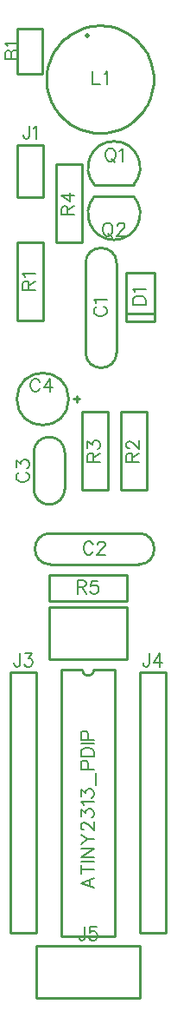
<source format=gbr>
G04 DipTrace 2.4.0.1*
%INTopSilk.gbr*%
%MOIN*%
%ADD10C,0.0098*%
%ADD20C,0.0197*%
%ADD53C,0.0077*%
%FSLAX44Y44*%
G04*
G70*
G90*
G75*
G01*
%LNTopSilk*%
%LPD*%
X7762Y42166D2*
D10*
X6818D1*
Y43899D1*
X7762D1*
Y42166D1*
X10640Y31474D2*
Y34878D1*
X9440Y31474D2*
Y34878D1*
X10640D2*
G03X9440Y34878I-600J-2D01*
G01*
Y31474D2*
G03X10640Y31474I600J2D01*
G01*
X11492Y24526D2*
X8088D1*
X11492Y23326D2*
X8088D1*
Y24526D2*
G03X8088Y23326I2J-600D01*
G01*
X11492D2*
G03X11492Y24526I-2J600D01*
G01*
X7440Y27626D2*
Y26227D1*
X8640Y27626D2*
Y26227D1*
X7440D2*
G03X8640Y26227I600J-1D01*
G01*
Y27626D2*
G03X7440Y27626I-600J1D01*
G01*
X9089Y29794D2*
Y29558D1*
X9207Y29676D2*
X8971D1*
X6790D2*
G02X6790Y29676I1000J0D01*
G01*
X12091Y32655D2*
X10989D1*
Y32676D2*
Y34527D1*
X12091Y32954D2*
X10989D1*
X12091Y34527D2*
X10989D1*
X12091Y32676D2*
Y34527D1*
X7790Y39426D2*
X6790D1*
X7790Y37426D2*
Y39426D1*
Y37426D2*
X6790D1*
Y39426D1*
X9957Y21676D2*
X8040D1*
X11040D2*
X8040D1*
X11040Y19676D2*
X8040D1*
X11040Y21676D2*
Y19676D1*
X8040Y21676D2*
Y19676D1*
X7540Y19176D2*
X6540D1*
X7540Y9176D2*
Y19176D1*
Y9176D2*
X6540D1*
Y9926D1*
Y19176D1*
X12540D2*
X11540D1*
X12540Y9176D2*
Y19176D1*
Y9176D2*
X11540D1*
Y9926D1*
Y19176D1*
Y8676D2*
X7540D1*
X11540Y6676D2*
X7540D1*
X11540Y8676D2*
Y6676D1*
X7540Y8676D2*
Y6676D1*
X7932Y41946D2*
X7937Y42090D1*
X7952Y42234D1*
X7977Y42376D1*
X8012Y42515D1*
X8057Y42652D1*
X8111Y42786D1*
X8174Y42916D1*
X8246Y43041D1*
X8327Y43160D1*
X8415Y43274D1*
X8512Y43381D1*
X8616Y43481D1*
X8726Y43573D1*
X8843Y43658D1*
X8965Y43735D1*
X9093Y43802D1*
X9224Y43861D1*
X9360Y43910D1*
X9499Y43950D1*
X9640Y43980D1*
X9782Y44000D1*
X9926Y44010D1*
X10071D1*
X10215Y44000D1*
X10357Y43980D1*
X10498Y43950D1*
X10637Y43910D1*
X10773Y43861D1*
X10904Y43802D1*
X11032Y43735D1*
X11154Y43658D1*
X11271Y43573D1*
X11381Y43481D1*
X11485Y43381D1*
X11582Y43274D1*
X11670Y43160D1*
X11751Y43041D1*
X11823Y42916D1*
X11886Y42786D1*
X11940Y42652D1*
X11985Y42515D1*
X12020Y42376D1*
X12045Y42234D1*
X12060Y42090D1*
X12065Y41946D1*
X12060Y41802D1*
X12045Y41659D1*
X12020Y41517D1*
X11985Y41377D1*
X11940Y41240D1*
X11886Y41106D1*
X11823Y40977D1*
X11751Y40852D1*
X11670Y40732D1*
X11582Y40619D1*
X11485Y40512D1*
X11381Y40412D1*
X11271Y40319D1*
X11154Y40234D1*
X11032Y40158D1*
X10904Y40090D1*
X10773Y40032D1*
X10637Y39982D1*
X10498Y39943D1*
X10357Y39913D1*
X10215Y39893D1*
X10071Y39882D1*
X9926D1*
X9782Y39893D1*
X9640Y39913D1*
X9499Y39943D1*
X9360Y39982D1*
X9224Y40032D1*
X9093Y40090D1*
X8965Y40158D1*
X8843Y40234D1*
X8726Y40319D1*
X8616Y40412D1*
X8512Y40512D1*
X8415Y40619D1*
X8327Y40732D1*
X8246Y40852D1*
X8174Y40977D1*
X8111Y41106D1*
X8057Y41240D1*
X8012Y41377D1*
X7977Y41517D1*
X7952Y41659D1*
X7937Y41802D1*
X7932Y41946D1*
D20*
X9508Y43619D3*
X9784Y37895D2*
D10*
G02X11296Y37895I756J666D01*
G01*
X9784D1*
X11296Y37458D2*
G02X9784Y37458I-756J-666D01*
G01*
X11296D1*
X6790Y32675D2*
Y35677D1*
X7790D2*
X6790D1*
X7790Y32675D2*
Y35677D1*
Y32675D2*
X6790D1*
X11790Y29177D2*
Y26175D1*
X10790D2*
X11790D1*
X10790Y29177D2*
Y26175D1*
Y29177D2*
X11790D1*
X9290Y26175D2*
Y29177D1*
X10290D2*
X9290D1*
X10290Y26175D2*
Y29177D1*
Y26175D2*
X9290D1*
X8290Y35675D2*
Y38677D1*
X9290D2*
X8290D1*
X9290Y35675D2*
Y38677D1*
Y35675D2*
X8290D1*
X11041Y21926D2*
X8039D1*
Y22926D2*
Y21926D1*
X11041Y22926D2*
X8039D1*
X11041D2*
Y21926D1*
X10564Y19294D2*
Y9058D1*
X8516D2*
X10564D1*
X8516Y19294D2*
Y9058D1*
Y19294D2*
X9304D1*
X10564D2*
X9776D1*
X9304D2*
G03X9776Y19294I236J1D01*
G01*
X6335Y42728D2*
D53*
X6838D1*
Y42943D1*
X6813Y43015D1*
X6790Y43039D1*
X6742Y43063D1*
X6670D1*
X6622Y43039D1*
X6598Y43015D1*
X6575Y42943D1*
X6550Y43015D1*
X6527Y43039D1*
X6479Y43063D1*
X6431D1*
X6383Y43039D1*
X6359Y43015D1*
X6335Y42943D1*
Y42728D1*
X6575D2*
Y42943D1*
X6431Y43217D2*
X6407Y43265D1*
X6336Y43337D1*
X6838D1*
X9878Y33218D2*
X9831Y33195D1*
X9782Y33147D1*
X9759Y33099D1*
Y33003D1*
X9782Y32955D1*
X9831Y32908D1*
X9878Y32883D1*
X9950Y32860D1*
X10070D1*
X10141Y32883D1*
X10189Y32908D1*
X10237Y32955D1*
X10261Y33003D1*
Y33099D1*
X10237Y33147D1*
X10189Y33195D1*
X10141Y33218D1*
X9855Y33373D2*
X9831Y33421D1*
X9759Y33493D1*
X10261D1*
X9725Y24088D2*
X9701Y24136D1*
X9653Y24184D1*
X9605Y24208D1*
X9510D1*
X9462Y24184D1*
X9414Y24136D1*
X9390Y24088D1*
X9366Y24016D1*
Y23896D1*
X9390Y23825D1*
X9414Y23777D1*
X9462Y23729D1*
X9510Y23705D1*
X9605D1*
X9653Y23729D1*
X9701Y23777D1*
X9725Y23825D1*
X9903Y24088D2*
Y24111D1*
X9927Y24159D1*
X9951Y24183D1*
X9999Y24207D1*
X10095D1*
X10142Y24183D1*
X10166Y24159D1*
X10190Y24111D1*
Y24064D1*
X10166Y24016D1*
X10118Y23944D1*
X9879Y23705D1*
X10214D1*
X6878Y26861D2*
X6831Y26837D1*
X6782Y26789D1*
X6759Y26742D1*
Y26646D1*
X6782Y26598D1*
X6831Y26550D1*
X6878Y26526D1*
X6950Y26502D1*
X7070D1*
X7141Y26526D1*
X7189Y26550D1*
X7237Y26598D1*
X7261Y26646D1*
Y26742D1*
X7237Y26789D1*
X7189Y26837D1*
X7141Y26861D1*
X6759Y27063D2*
Y27326D1*
X6950Y27183D1*
Y27255D1*
X6974Y27302D1*
X6998Y27326D1*
X7070Y27350D1*
X7117D1*
X7189Y27326D1*
X7237Y27278D1*
X7261Y27207D1*
Y27135D1*
X7237Y27063D1*
X7213Y27040D1*
X7165Y27015D1*
X7671Y30338D2*
X7648Y30386D1*
X7599Y30434D1*
X7552Y30458D1*
X7456D1*
X7408Y30434D1*
X7361Y30386D1*
X7336Y30338D1*
X7313Y30266D1*
Y30146D1*
X7336Y30075D1*
X7361Y30027D1*
X7408Y29979D1*
X7456Y29955D1*
X7552D1*
X7599Y29979D1*
X7648Y30027D1*
X7671Y30075D1*
X8065Y29955D2*
Y30457D1*
X7826Y30123D1*
X8184D1*
X11259Y33297D2*
X11761D1*
Y33464D1*
X11737Y33536D1*
X11689Y33584D1*
X11641Y33608D1*
X11570Y33632D1*
X11450D1*
X11378Y33608D1*
X11331Y33584D1*
X11282Y33536D1*
X11259Y33464D1*
Y33297D1*
X11355Y33786D2*
X11331Y33834D1*
X11259Y33906D1*
X11761D1*
X7272Y40158D2*
Y39776D1*
X7249Y39704D1*
X7224Y39680D1*
X7177Y39656D1*
X7129D1*
X7081Y39680D1*
X7057Y39704D1*
X7033Y39776D1*
Y39824D1*
X7427Y40062D2*
X7475Y40087D1*
X7547Y40158D1*
Y39656D1*
X6915Y19908D2*
Y19526D1*
X6891Y19454D1*
X6867Y19430D1*
X6819Y19406D1*
X6771D1*
X6724Y19430D1*
X6700Y19454D1*
X6676Y19526D1*
Y19574D1*
X7117Y19908D2*
X7380D1*
X7237Y19717D1*
X7309D1*
X7356Y19693D1*
X7380Y19669D1*
X7404Y19597D1*
Y19550D1*
X7380Y19478D1*
X7332Y19430D1*
X7261Y19406D1*
X7189D1*
X7117Y19430D1*
X7094Y19454D1*
X7069Y19502D1*
X11903Y19908D2*
Y19526D1*
X11879Y19454D1*
X11855Y19430D1*
X11807Y19406D1*
X11759D1*
X11712Y19430D1*
X11688Y19454D1*
X11664Y19526D1*
Y19574D1*
X12297Y19406D2*
Y19908D1*
X12058Y19574D1*
X12416D1*
X9415Y9408D2*
Y9026D1*
X9391Y8954D1*
X9367Y8930D1*
X9319Y8906D1*
X9271D1*
X9224Y8930D1*
X9200Y8954D1*
X9176Y9026D1*
Y9074D1*
X9856Y9408D2*
X9617D1*
X9594Y9193D1*
X9617Y9217D1*
X9689Y9241D1*
X9761D1*
X9832Y9217D1*
X9881Y9169D1*
X9904Y9097D1*
Y9050D1*
X9881Y8978D1*
X9832Y8930D1*
X9761Y8906D1*
X9689D1*
X9617Y8930D1*
X9594Y8954D1*
X9569Y9002D1*
X9718Y42243D2*
Y41741D1*
X10005D1*
X10159Y42147D2*
X10207Y42172D1*
X10279Y42243D1*
Y41741D1*
X10355Y39300D2*
X10307Y39277D1*
X10259Y39229D1*
X10236Y39181D1*
X10211Y39109D1*
Y38990D1*
X10236Y38918D1*
X10259Y38870D1*
X10307Y38822D1*
X10355Y38798D1*
X10451D1*
X10499Y38822D1*
X10546Y38870D1*
X10570Y38918D1*
X10594Y38990D1*
Y39109D1*
X10570Y39181D1*
X10546Y39229D1*
X10499Y39277D1*
X10451Y39300D1*
X10355D1*
X10427Y38894D2*
X10570Y38750D1*
X10749Y39204D2*
X10797Y39228D1*
X10869Y39300D1*
Y38798D1*
X10248Y36440D2*
X10200Y36417D1*
X10152Y36369D1*
X10128Y36320D1*
X10104Y36249D1*
Y36129D1*
X10128Y36057D1*
X10152Y36010D1*
X10200Y35962D1*
X10248Y35938D1*
X10343D1*
X10391Y35962D1*
X10439Y36010D1*
X10463Y36057D1*
X10487Y36129D1*
Y36249D1*
X10463Y36320D1*
X10439Y36369D1*
X10391Y36417D1*
X10343Y36440D1*
X10248D1*
X10319Y36034D2*
X10463Y35890D1*
X10666Y36320D2*
Y36344D1*
X10689Y36392D1*
X10713Y36416D1*
X10761Y36439D1*
X10857D1*
X10904Y36416D1*
X10928Y36392D1*
X10952Y36344D1*
Y36296D1*
X10928Y36248D1*
X10881Y36177D1*
X10641Y35937D1*
X10976D1*
X7248Y33872D2*
Y34087D1*
X7224Y34158D1*
X7200Y34183D1*
X7152Y34207D1*
X7104D1*
X7057Y34183D1*
X7032Y34158D1*
X7009Y34087D1*
Y33872D1*
X7511D1*
X7248Y34039D2*
X7511Y34207D1*
X7105Y34361D2*
X7081Y34409D1*
X7009Y34481D1*
X7511D1*
X11248Y27264D2*
Y27479D1*
X11224Y27551D1*
X11200Y27575D1*
X11152Y27599D1*
X11104D1*
X11057Y27575D1*
X11032Y27551D1*
X11009Y27479D1*
Y27264D1*
X11511D1*
X11248Y27432D2*
X11511Y27599D1*
X11129Y27778D2*
X11105D1*
X11057Y27802D1*
X11033Y27825D1*
X11009Y27873D1*
Y27969D1*
X11033Y28017D1*
X11057Y28040D1*
X11105Y28065D1*
X11152D1*
X11200Y28040D1*
X11272Y27993D1*
X11511Y27753D1*
Y28088D1*
X9748Y27264D2*
Y27479D1*
X9724Y27551D1*
X9700Y27575D1*
X9652Y27599D1*
X9604D1*
X9557Y27575D1*
X9532Y27551D1*
X9509Y27479D1*
Y27264D1*
X10011D1*
X9748Y27432D2*
X10011Y27599D1*
X9509Y27802D2*
Y28064D1*
X9700Y27921D1*
Y27993D1*
X9724Y28040D1*
X9748Y28064D1*
X9820Y28088D1*
X9867D1*
X9939Y28064D1*
X9987Y28016D1*
X10011Y27945D1*
Y27873D1*
X9987Y27802D1*
X9963Y27778D1*
X9915Y27753D1*
X8748Y36752D2*
Y36967D1*
X8724Y37039D1*
X8700Y37063D1*
X8652Y37087D1*
X8604D1*
X8557Y37063D1*
X8532Y37039D1*
X8509Y36967D1*
Y36752D1*
X9011D1*
X8748Y36920D2*
X9011Y37087D1*
Y37481D2*
X8509D1*
X8844Y37242D1*
Y37600D1*
X9128Y22468D2*
X9343D1*
X9415Y22493D1*
X9439Y22516D1*
X9463Y22564D1*
Y22612D1*
X9439Y22659D1*
X9415Y22684D1*
X9343Y22708D1*
X9128D1*
Y22205D1*
X9295Y22468D2*
X9463Y22205D1*
X9904Y22707D2*
X9665D1*
X9642Y22492D1*
X9665Y22516D1*
X9737Y22540D1*
X9808D1*
X9880Y22516D1*
X9928Y22468D1*
X9952Y22396D1*
Y22349D1*
X9928Y22277D1*
X9880Y22229D1*
X9808Y22205D1*
X9737D1*
X9665Y22229D1*
X9642Y22253D1*
X9617Y22301D1*
X9765Y11296D2*
X9262Y11104D1*
X9765Y10913D1*
X9597Y10985D2*
Y11224D1*
X9262Y11618D2*
X9765D1*
X9262Y11450D2*
Y11785D1*
Y11940D2*
X9765D1*
X9262Y12429D2*
X9765D1*
X9262Y12094D1*
X9765D1*
X9262Y12584D2*
X9502Y12775D1*
X9765D1*
X9262Y12966D2*
X9502Y12775D1*
X9382Y13145D2*
X9359D1*
X9311Y13168D1*
X9287Y13192D1*
X9263Y13240D1*
Y13336D1*
X9287Y13383D1*
X9311Y13407D1*
X9359Y13432D1*
X9406D1*
X9454Y13407D1*
X9526Y13360D1*
X9765Y13120D1*
Y13455D1*
X9263Y13658D2*
Y13920D1*
X9454Y13777D1*
Y13849D1*
X9478Y13897D1*
X9502Y13920D1*
X9574Y13945D1*
X9621D1*
X9693Y13920D1*
X9741Y13873D1*
X9765Y13801D1*
Y13729D1*
X9741Y13658D1*
X9717Y13634D1*
X9669Y13610D1*
X9359Y14099D2*
X9334Y14147D1*
X9263Y14219D1*
X9765D1*
X9263Y14421D2*
Y14684D1*
X9454Y14541D1*
Y14613D1*
X9478Y14660D1*
X9502Y14684D1*
X9574Y14708D1*
X9621D1*
X9693Y14684D1*
X9741Y14636D1*
X9765Y14565D1*
Y14493D1*
X9741Y14421D1*
X9717Y14398D1*
X9669Y14373D1*
X9848Y14863D2*
Y15317D1*
X9526Y15471D2*
Y15687D1*
X9502Y15758D1*
X9477Y15783D1*
X9430Y15806D1*
X9358D1*
X9311Y15783D1*
X9286Y15758D1*
X9262Y15687D1*
Y15471D1*
X9765D1*
X9262Y15961D2*
X9765D1*
Y16128D1*
X9741Y16200D1*
X9693Y16248D1*
X9645Y16272D1*
X9574Y16296D1*
X9454D1*
X9382Y16272D1*
X9334Y16248D1*
X9286Y16200D1*
X9262Y16128D1*
Y15961D1*
Y16450D2*
X9765D1*
X9526Y16604D2*
Y16820D1*
X9502Y16891D1*
X9477Y16916D1*
X9430Y16939D1*
X9358D1*
X9311Y16916D1*
X9286Y16891D1*
X9262Y16820D1*
Y16604D1*
X9765D1*
M02*

</source>
